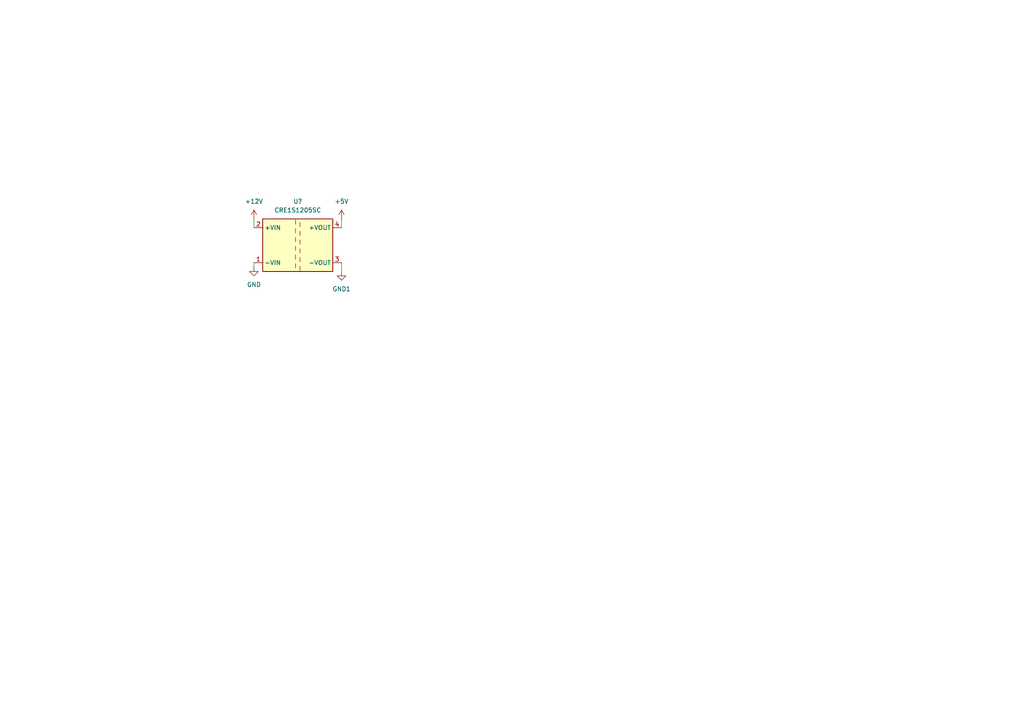
<source format=kicad_sch>
(kicad_sch (version 20211123) (generator eeschema)

  (uuid bad0f744-a7a3-4d5a-9910-c03923722f42)

  (paper "A4")

  (lib_symbols
    (symbol "Regulator_Switching:CRE1S1205SC" (in_bom yes) (on_board yes)
      (property "Reference" "U" (id 0) (at -8.89 8.89 0)
        (effects (font (size 1.27 1.27)))
      )
      (property "Value" "CRE1S1205SC" (id 1) (at 2.54 8.89 0)
        (effects (font (size 1.27 1.27)))
      )
      (property "Footprint" "Converter_DCDC:Converter_DCDC_Murata_CRE1xxxxxxSC_THT" (id 2) (at 0 -10.16 0)
        (effects (font (size 1.27 1.27)) hide)
      )
      (property "Datasheet" "http://power.murata.com/datasheet?/data/power/ncl/kdc_cre1.pdf" (id 3) (at 0 -12.7 0)
        (effects (font (size 1.27 1.27)) hide)
      )
      (property "ki_keywords" "Murata isolated isolation dc-dc converter transformer" (id 4) (at 0 0 0)
        (effects (font (size 1.27 1.27)) hide)
      )
      (property "ki_description" "12V to 5V 200mA DC-DC Converter with 1kV isolation, SIP-4" (id 5) (at 0 0 0)
        (effects (font (size 1.27 1.27)) hide)
      )
      (property "ki_fp_filters" "Converter*DCDC*Murata*CRE1xxxxxxSC*" (id 6) (at 0 0 0)
        (effects (font (size 1.27 1.27)) hide)
      )
      (symbol "CRE1S1205SC_0_1"
        (rectangle (start -10.16 7.62) (end 10.16 -7.62)
          (stroke (width 0.254) (type default) (color 0 0 0 0))
          (fill (type background))
        )
        (polyline
          (pts
            (xy -0.635 -5.334)
            (xy -0.635 -6.604)
          )
          (stroke (width 0) (type default) (color 0 0 0 0))
          (fill (type none))
        )
        (polyline
          (pts
            (xy -0.635 -2.794)
            (xy -0.635 -4.064)
          )
          (stroke (width 0) (type default) (color 0 0 0 0))
          (fill (type none))
        )
        (polyline
          (pts
            (xy -0.635 -0.254)
            (xy -0.635 -1.524)
          )
          (stroke (width 0) (type default) (color 0 0 0 0))
          (fill (type none))
        )
        (polyline
          (pts
            (xy -0.635 2.286)
            (xy -0.635 1.016)
          )
          (stroke (width 0) (type default) (color 0 0 0 0))
          (fill (type none))
        )
        (polyline
          (pts
            (xy -0.635 4.826)
            (xy -0.635 3.556)
          )
          (stroke (width 0) (type default) (color 0 0 0 0))
          (fill (type none))
        )
        (polyline
          (pts
            (xy -0.635 7.366)
            (xy -0.635 6.096)
          )
          (stroke (width 0) (type default) (color 0 0 0 0))
          (fill (type none))
        )
        (polyline
          (pts
            (xy 0.635 -7.366)
            (xy 0.635 -6.096)
          )
          (stroke (width 0) (type default) (color 0 0 0 0))
          (fill (type none))
        )
        (polyline
          (pts
            (xy 0.635 -4.826)
            (xy 0.635 -3.556)
          )
          (stroke (width 0) (type default) (color 0 0 0 0))
          (fill (type none))
        )
        (polyline
          (pts
            (xy 0.635 -2.286)
            (xy 0.635 -1.016)
          )
          (stroke (width 0) (type default) (color 0 0 0 0))
          (fill (type none))
        )
        (polyline
          (pts
            (xy 0.635 0.254)
            (xy 0.635 1.524)
          )
          (stroke (width 0) (type default) (color 0 0 0 0))
          (fill (type none))
        )
        (polyline
          (pts
            (xy 0.635 2.794)
            (xy 0.635 4.064)
          )
          (stroke (width 0) (type default) (color 0 0 0 0))
          (fill (type none))
        )
        (polyline
          (pts
            (xy 0.635 5.334)
            (xy 0.635 6.604)
          )
          (stroke (width 0) (type default) (color 0 0 0 0))
          (fill (type none))
        )
      )
      (symbol "CRE1S1205SC_1_1"
        (pin power_in line (at -12.7 -5.08 0) (length 2.54)
          (name "-VIN" (effects (font (size 1.27 1.27))))
          (number "1" (effects (font (size 1.27 1.27))))
        )
        (pin power_in line (at -12.7 5.08 0) (length 2.54)
          (name "+VIN" (effects (font (size 1.27 1.27))))
          (number "2" (effects (font (size 1.27 1.27))))
        )
        (pin power_out line (at 12.7 -5.08 180) (length 2.54)
          (name "-VOUT" (effects (font (size 1.27 1.27))))
          (number "3" (effects (font (size 1.27 1.27))))
        )
        (pin power_out line (at 12.7 5.08 180) (length 2.54)
          (name "+VOUT" (effects (font (size 1.27 1.27))))
          (number "4" (effects (font (size 1.27 1.27))))
        )
      )
    )
    (symbol "power:+12V" (power) (pin_names (offset 0)) (in_bom yes) (on_board yes)
      (property "Reference" "#PWR" (id 0) (at 0 -3.81 0)
        (effects (font (size 1.27 1.27)) hide)
      )
      (property "Value" "+12V" (id 1) (at 0 3.556 0)
        (effects (font (size 1.27 1.27)))
      )
      (property "Footprint" "" (id 2) (at 0 0 0)
        (effects (font (size 1.27 1.27)) hide)
      )
      (property "Datasheet" "" (id 3) (at 0 0 0)
        (effects (font (size 1.27 1.27)) hide)
      )
      (property "ki_keywords" "power-flag" (id 4) (at 0 0 0)
        (effects (font (size 1.27 1.27)) hide)
      )
      (property "ki_description" "Power symbol creates a global label with name \"+12V\"" (id 5) (at 0 0 0)
        (effects (font (size 1.27 1.27)) hide)
      )
      (symbol "+12V_0_1"
        (polyline
          (pts
            (xy -0.762 1.27)
            (xy 0 2.54)
          )
          (stroke (width 0) (type default) (color 0 0 0 0))
          (fill (type none))
        )
        (polyline
          (pts
            (xy 0 0)
            (xy 0 2.54)
          )
          (stroke (width 0) (type default) (color 0 0 0 0))
          (fill (type none))
        )
        (polyline
          (pts
            (xy 0 2.54)
            (xy 0.762 1.27)
          )
          (stroke (width 0) (type default) (color 0 0 0 0))
          (fill (type none))
        )
      )
      (symbol "+12V_1_1"
        (pin power_in line (at 0 0 90) (length 0) hide
          (name "+12V" (effects (font (size 1.27 1.27))))
          (number "1" (effects (font (size 1.27 1.27))))
        )
      )
    )
    (symbol "power:+5V" (power) (pin_names (offset 0)) (in_bom yes) (on_board yes)
      (property "Reference" "#PWR" (id 0) (at 0 -3.81 0)
        (effects (font (size 1.27 1.27)) hide)
      )
      (property "Value" "+5V" (id 1) (at 0 3.556 0)
        (effects (font (size 1.27 1.27)))
      )
      (property "Footprint" "" (id 2) (at 0 0 0)
        (effects (font (size 1.27 1.27)) hide)
      )
      (property "Datasheet" "" (id 3) (at 0 0 0)
        (effects (font (size 1.27 1.27)) hide)
      )
      (property "ki_keywords" "power-flag" (id 4) (at 0 0 0)
        (effects (font (size 1.27 1.27)) hide)
      )
      (property "ki_description" "Power symbol creates a global label with name \"+5V\"" (id 5) (at 0 0 0)
        (effects (font (size 1.27 1.27)) hide)
      )
      (symbol "+5V_0_1"
        (polyline
          (pts
            (xy -0.762 1.27)
            (xy 0 2.54)
          )
          (stroke (width 0) (type default) (color 0 0 0 0))
          (fill (type none))
        )
        (polyline
          (pts
            (xy 0 0)
            (xy 0 2.54)
          )
          (stroke (width 0) (type default) (color 0 0 0 0))
          (fill (type none))
        )
        (polyline
          (pts
            (xy 0 2.54)
            (xy 0.762 1.27)
          )
          (stroke (width 0) (type default) (color 0 0 0 0))
          (fill (type none))
        )
      )
      (symbol "+5V_1_1"
        (pin power_in line (at 0 0 90) (length 0) hide
          (name "+5V" (effects (font (size 1.27 1.27))))
          (number "1" (effects (font (size 1.27 1.27))))
        )
      )
    )
    (symbol "power:GND" (power) (pin_names (offset 0)) (in_bom yes) (on_board yes)
      (property "Reference" "#PWR" (id 0) (at 0 -6.35 0)
        (effects (font (size 1.27 1.27)) hide)
      )
      (property "Value" "GND" (id 1) (at 0 -3.81 0)
        (effects (font (size 1.27 1.27)))
      )
      (property "Footprint" "" (id 2) (at 0 0 0)
        (effects (font (size 1.27 1.27)) hide)
      )
      (property "Datasheet" "" (id 3) (at 0 0 0)
        (effects (font (size 1.27 1.27)) hide)
      )
      (property "ki_keywords" "power-flag" (id 4) (at 0 0 0)
        (effects (font (size 1.27 1.27)) hide)
      )
      (property "ki_description" "Power symbol creates a global label with name \"GND\" , ground" (id 5) (at 0 0 0)
        (effects (font (size 1.27 1.27)) hide)
      )
      (symbol "GND_0_1"
        (polyline
          (pts
            (xy 0 0)
            (xy 0 -1.27)
            (xy 1.27 -1.27)
            (xy 0 -2.54)
            (xy -1.27 -1.27)
            (xy 0 -1.27)
          )
          (stroke (width 0) (type default) (color 0 0 0 0))
          (fill (type none))
        )
      )
      (symbol "GND_1_1"
        (pin power_in line (at 0 0 270) (length 0) hide
          (name "GND" (effects (font (size 1.27 1.27))))
          (number "1" (effects (font (size 1.27 1.27))))
        )
      )
    )
    (symbol "power:GND1" (power) (pin_names (offset 0)) (in_bom yes) (on_board yes)
      (property "Reference" "#PWR" (id 0) (at 0 -6.35 0)
        (effects (font (size 1.27 1.27)) hide)
      )
      (property "Value" "GND1" (id 1) (at 0 -3.81 0)
        (effects (font (size 1.27 1.27)))
      )
      (property "Footprint" "" (id 2) (at 0 0 0)
        (effects (font (size 1.27 1.27)) hide)
      )
      (property "Datasheet" "" (id 3) (at 0 0 0)
        (effects (font (size 1.27 1.27)) hide)
      )
      (property "ki_keywords" "power-flag" (id 4) (at 0 0 0)
        (effects (font (size 1.27 1.27)) hide)
      )
      (property "ki_description" "Power symbol creates a global label with name \"GND1\" , ground" (id 5) (at 0 0 0)
        (effects (font (size 1.27 1.27)) hide)
      )
      (symbol "GND1_0_1"
        (polyline
          (pts
            (xy 0 0)
            (xy 0 -1.27)
            (xy 1.27 -1.27)
            (xy 0 -2.54)
            (xy -1.27 -1.27)
            (xy 0 -1.27)
          )
          (stroke (width 0) (type default) (color 0 0 0 0))
          (fill (type none))
        )
      )
      (symbol "GND1_1_1"
        (pin power_in line (at 0 0 270) (length 0) hide
          (name "GND1" (effects (font (size 1.27 1.27))))
          (number "1" (effects (font (size 1.27 1.27))))
        )
      )
    )
  )


  (wire (pts (xy 99.06 63.5) (xy 99.06 66.04))
    (stroke (width 0) (type default) (color 0 0 0 0))
    (uuid 0e3430a8-583e-4089-b3bd-3dc41e80a4d8)
  )
  (wire (pts (xy 73.66 76.2) (xy 73.66 77.47))
    (stroke (width 0) (type default) (color 0 0 0 0))
    (uuid 561df424-cd7a-4c64-97db-723d2e924ad4)
  )
  (wire (pts (xy 73.66 63.5) (xy 73.66 66.04))
    (stroke (width 0) (type default) (color 0 0 0 0))
    (uuid 7b758218-5728-4af2-a340-b6a47fadea06)
  )
  (wire (pts (xy 99.06 76.2) (xy 99.06 78.74))
    (stroke (width 0) (type default) (color 0 0 0 0))
    (uuid fa9c3fbd-f1fe-461f-91ca-3b14079302fc)
  )

  (symbol (lib_id "power:+12V") (at 73.66 63.5 0) (unit 1)
    (in_bom yes) (on_board yes) (fields_autoplaced)
    (uuid 488ed339-e3d3-43cf-b76b-68d796d0f2d0)
    (property "Reference" "#PWR?" (id 0) (at 73.66 67.31 0)
      (effects (font (size 1.27 1.27)) hide)
    )
    (property "Value" "+12V" (id 1) (at 73.66 58.42 0))
    (property "Footprint" "" (id 2) (at 73.66 63.5 0)
      (effects (font (size 1.27 1.27)) hide)
    )
    (property "Datasheet" "" (id 3) (at 73.66 63.5 0)
      (effects (font (size 1.27 1.27)) hide)
    )
    (pin "1" (uuid ef89c4f9-6a8e-4cce-b05a-804c2b7fcd76))
  )

  (symbol (lib_id "power:GND1") (at 99.06 78.74 0) (unit 1)
    (in_bom yes) (on_board yes) (fields_autoplaced)
    (uuid 79792412-1e59-46dd-b31a-175218d4150d)
    (property "Reference" "#PWR?" (id 0) (at 99.06 85.09 0)
      (effects (font (size 1.27 1.27)) hide)
    )
    (property "Value" "GND1" (id 1) (at 99.06 83.82 0))
    (property "Footprint" "" (id 2) (at 99.06 78.74 0)
      (effects (font (size 1.27 1.27)) hide)
    )
    (property "Datasheet" "" (id 3) (at 99.06 78.74 0)
      (effects (font (size 1.27 1.27)) hide)
    )
    (pin "1" (uuid 41ef8c26-ea51-47bf-8af7-ef2746afec85))
  )

  (symbol (lib_id "Regulator_Switching:CRE1S1205SC") (at 86.36 71.12 0) (unit 1)
    (in_bom yes) (on_board yes) (fields_autoplaced)
    (uuid 851c44b0-0c4b-41d0-aa95-acb2c7b20351)
    (property "Reference" "U?" (id 0) (at 86.36 58.42 0))
    (property "Value" "CRE1S1205SC" (id 1) (at 86.36 60.96 0))
    (property "Footprint" "Converter_DCDC:Converter_DCDC_Murata_CRE1xxxxxxSC_THT" (id 2) (at 86.36 81.28 0)
      (effects (font (size 1.27 1.27)) hide)
    )
    (property "Datasheet" "http://power.murata.com/datasheet?/data/power/ncl/kdc_cre1.pdf" (id 3) (at 86.36 83.82 0)
      (effects (font (size 1.27 1.27)) hide)
    )
    (pin "1" (uuid 914f4434-a952-4787-a4c6-6fd10dcc92e5))
    (pin "2" (uuid e3b9fcf2-42e0-48ae-bd45-b335cb4645a0))
    (pin "3" (uuid 4b895d3d-0316-4a99-b7f5-14befd788577))
    (pin "4" (uuid e44654b1-94c4-4722-8109-0125114bed8b))
  )

  (symbol (lib_id "power:GND") (at 73.66 77.47 0) (unit 1)
    (in_bom yes) (on_board yes) (fields_autoplaced)
    (uuid 927d30ed-e2f4-4722-af17-243727f6025f)
    (property "Reference" "#PWR?" (id 0) (at 73.66 83.82 0)
      (effects (font (size 1.27 1.27)) hide)
    )
    (property "Value" "GND" (id 1) (at 73.66 82.55 0))
    (property "Footprint" "" (id 2) (at 73.66 77.47 0)
      (effects (font (size 1.27 1.27)) hide)
    )
    (property "Datasheet" "" (id 3) (at 73.66 77.47 0)
      (effects (font (size 1.27 1.27)) hide)
    )
    (pin "1" (uuid 92a1f1de-f484-4404-bcea-3e1169fae5ae))
  )

  (symbol (lib_id "power:+5V") (at 99.06 63.5 0) (unit 1)
    (in_bom yes) (on_board yes) (fields_autoplaced)
    (uuid f2ba87d6-5162-4fae-94a7-1186d9028aa1)
    (property "Reference" "#PWR?" (id 0) (at 99.06 67.31 0)
      (effects (font (size 1.27 1.27)) hide)
    )
    (property "Value" "+5V" (id 1) (at 99.06 58.42 0))
    (property "Footprint" "" (id 2) (at 99.06 63.5 0)
      (effects (font (size 1.27 1.27)) hide)
    )
    (property "Datasheet" "" (id 3) (at 99.06 63.5 0)
      (effects (font (size 1.27 1.27)) hide)
    )
    (pin "1" (uuid 9b001e7e-060f-4127-aa5d-7c7428c94e1f))
  )

  (sheet_instances
    (path "/" (page "1"))
  )

  (symbol_instances
    (path "/488ed339-e3d3-43cf-b76b-68d796d0f2d0"
      (reference "#PWR?") (unit 1) (value "+12V") (footprint "")
    )
    (path "/79792412-1e59-46dd-b31a-175218d4150d"
      (reference "#PWR?") (unit 1) (value "GND1") (footprint "")
    )
    (path "/927d30ed-e2f4-4722-af17-243727f6025f"
      (reference "#PWR?") (unit 1) (value "GND") (footprint "")
    )
    (path "/f2ba87d6-5162-4fae-94a7-1186d9028aa1"
      (reference "#PWR?") (unit 1) (value "+5V") (footprint "")
    )
    (path "/851c44b0-0c4b-41d0-aa95-acb2c7b20351"
      (reference "U?") (unit 1) (value "CRE1S1205SC") (footprint "Converter_DCDC:Converter_DCDC_Murata_CRE1xxxxxxSC_THT")
    )
  )
)

</source>
